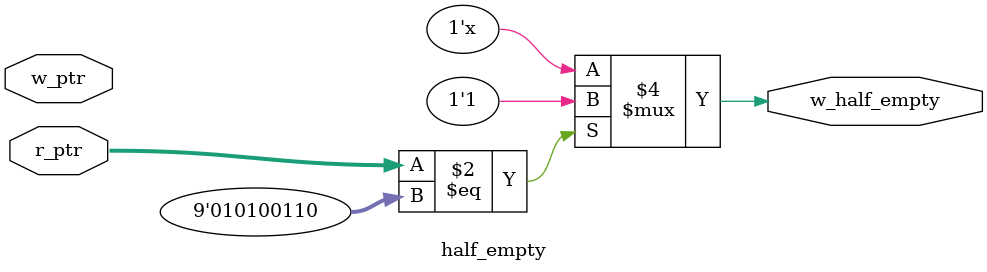
<source format=sv>

module async_fifo1 #(parameter D_SIZE = 8, A_SIZE = 8) (
 Asynch_fifo_interface.master bus
);
  logic [A_SIZE-1:0] w_addr, r_addr;
  logic [A_SIZE:0] w_ptr, r_ptr, w2r_ptr, r2w_ptr;

  fifo_mem #(D_SIZE, A_SIZE) fifomem_1(bus.w_inc,bus.w_full,bus.w_clk,w_addr,r_addr,bus.w_data,bus.r_data);
  rptr_empty #(A_SIZE) rptr_empty_1(bus.r_inc,bus.r_clk,bus.r_rst,r2w_ptr,bus.r_empty,r_addr,r_ptr);
  sync_r2w #(A_SIZE) sync_r2w_1(bus.w_clk,bus.w_rst,r_ptr,w2r_ptr);
  sync_w2r #(A_SIZE) sync_w2r_1(bus.r_clk,bus.r_rst, w_ptr,r2w_ptr);
  wptr_full #(A_SIZE) wptr_full_1(bus.w_inc,bus.w_clk,bus.w_rst,w2r_ptr,bus.w_full,w_addr,w_ptr);
  half_full #(A_SIZE) half_full_1(r_ptr, w_half_full,w_ptr);
  half_empty #(A_SIZE) half_empty_1(r_ptr,w_half_empty,w_ptr);
endmodule

// FIFO

module fifo_mem #(parameter D_SIZE =8, A_SIZE =8) (
	input logic w_inc,w_full,w_clk,
	input logic [A_SIZE-1:0] w_addr,r_addr,
	input logic [D_SIZE-1:0] w_data,
	output logic [D_SIZE-1:0] r_data);
  // RTL Verilog memory model
  localparam DEPTH = 333;//2*addsize
  logic  [A_SIZE-1:0] a, b;
  logic [D_SIZE-1:0] mem [0:DEPTH-1];

  always_comb begin
   r_data = mem[r_addr];
  end


  always_ff @(posedge w_clk)
    if (w_inc && !w_full)
      mem[w_addr] <= w_data;

endmodule

// Read pointer

module rptr_empty
#(
  parameter A_SIZE = 8
)
(
  input logic  r_inc, r_clk, r_rst,
  input logic  [A_SIZE :0] r2w_ptr,
  output logic r_empty,
  output logic [A_SIZE-1:0] r_addr,
  output logic [A_SIZE :0] r_ptr
);

  logic [A_SIZE:0] r_bin;
  logic [A_SIZE:0] r_graynext, r_binnext;

  always_ff @(posedge r_clk or negedge r_rst)
    if (!r_rst)
      {r_bin, r_ptr} <= '0;
    else
      {r_bin, r_ptr} <= {r_binnext, r_graynext};

  // Memory read-address pointer (okay to use binary to address memory)
  always_comb begin
  	r_addr = r_bin[A_SIZE-1:0];
  	r_binnext = r_bin + (r_inc & ~r_empty);
  	r_graynext = (r_binnext>>1) ^ r_binnext;
  end

     assign r_empty_val = (r_graynext == r2w_ptr);

  always_ff @(posedge r_clk or negedge r_rst)
    if (!r_rst)
      r_empty <= 1'b1;
    else
      r_empty <= r_empty_val;

endmodule

//Read to write synchronizer
module sync_r2w
#(
  parameter A_SIZE = 8
)
(
  input logic   w_clk, w_rst,
  input logic  [A_SIZE:0] r_ptr,
  output logic [A_SIZE:0] w2r_ptr//readpointer with write side
);

  logic [A_SIZE:0] wq1_rptr;

  always_ff @(posedge w_clk or negedge w_rst)
    if (!w_rst) {w2r_ptr,wq1_rptr} <= 0;
    else {w2r_ptr,wq1_rptr} <= {wq1_rptr,r_ptr};

endmodule

//write to read synchronizer
module sync_w2r
#(
  parameter A_SIZE = 8
)
(
  input logic  r_clk, r_rst,
  input logic  [A_SIZE:0] w_ptr,
  output logic[A_SIZE:0] r2w_ptr
);

  logic [A_SIZE:0] rq1_wptr;

  always_ff @(posedge r_clk or negedge r_rst)
    if (!r_rst)
      {r2w_ptr,rq1_wptr} <= 0;
    else
      {r2w_ptr,rq1_wptr} <= {rq1_wptr,w_ptr};

endmodule

//Write pointer
module wptr_full
#(
  parameter A_SIZE = 8
)
(
  input logic  w_inc, w_clk, w_rst,
  input logic  [A_SIZE :0] w2r_ptr,
  output logic  w_full,
  output logic [A_SIZE-1:0] w_addr,
  output logic[A_SIZE :0] w_ptr
);

   logic [A_SIZE:0] w_bin;
  logic [A_SIZE:0] w_graynext, w_binnext;
  logic wfull_val;
  // GRAYSTYLE2 pointer
  always_ff @(posedge w_clk or negedge w_rst)
    if (!w_rst)
      {w_bin, w_ptr} <= '0;
    else
      {w_bin, w_ptr} <= {w_binnext, w_graynext};

  // Memory write-address pointer 
always_comb begin 
   w_addr = w_bin[A_SIZE-1:0];
   w_binnext = w_bin + (w_inc & ~w_full);
   w_graynext = (w_binnext>>1) ^ w_binnext;
end
 
  assign wfull_val = (w_graynext=={~w2r_ptr[A_SIZE:A_SIZE-1], w2r_ptr[A_SIZE-2:0]});

  always_ff @(posedge w_clk or negedge w_rst)
    if (!w_rst)
      w_full <= 1'b0;
    else
      w_full <= wfull_val;
endmodule

//Half full
module half_full #(
  parameter A_SIZE = 8
)
(
  input logic  [A_SIZE :0] r_ptr,
  output logic  w_half_full,
  input logic[A_SIZE :0] w_ptr
);
localparam DEPTH = 333;
always_comb 
begin
	if((w_ptr == DEPTH/2)&& (r_ptr == '0))
	w_half_full = 1'b1;
end
endmodule

//Half Empty
module half_empty #(
  parameter A_SIZE = 8
)
(
  input logic  [A_SIZE :0] r_ptr,
  output logic  w_half_empty,
  input logic[A_SIZE :0] w_ptr
);
localparam DEPTH = 333;
always_comb 
begin
	if(r_ptr == DEPTH/2)
	w_half_empty = 1'b1;
end
endmodule

</source>
